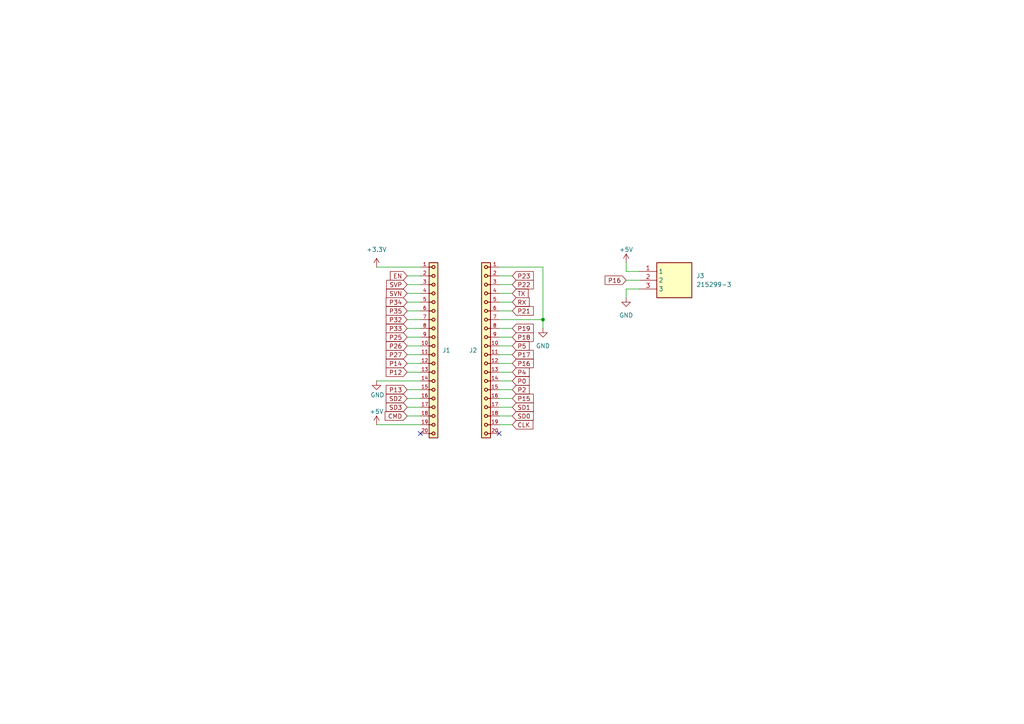
<source format=kicad_sch>
(kicad_sch (version 20231120) (generator "eeschema") (generator_version "8.0")
  (paper "A4")
  (title_block (title "ESPHome MotionDetector SCH") (date "2024-12-29") (rev "A") (company "Matt Hartnett"))
  (lib_symbols
    (symbol "215299-3:215299-3"
      (property "Reference" "J" (at 16.51 7.62 0))
      (property "Value" "215299-3" (at 16.51 5.08 0))
      (symbol "215299-3_1_1"
        (rectangle (start 5.08 2.54) (end 15.24 -7.62) (stroke (width 0.254)) (fill (type background)))
        (pin passive line (at 0 0 0) (length 5.08) (name "1") (number "1"))
        (pin passive line (at 0 -2.54 0) (length 5.08) (name "2") (number "2"))
        (pin passive line (at 0 -5.08 0) (length 5.08) (name "3") (number "3"))
      )
    )
    (symbol "61302011821:6130XX11821_61302011821" (pin_names (offset 1.016))
      (property "Reference" "J" (at -22.86 -1.778 0))
      (symbol "6130XX11821_61302011821_0_0"
        (rectangle (start -21.59 -2.54) (end 29.21 0) (stroke (width 0.254)) (fill (type background)))
        (circle (center -20.32 -1.27) (radius 0.4445) (stroke (width 0.254)))
        (circle (center -17.78 -1.27) (radius 0.4445) (stroke (width 0.254)))
        (circle (center -15.24 -1.27) (radius 0.4445) (stroke (width 0.254)))
        (circle (center -12.7 -1.27) (radius 0.4445) (stroke (width 0.254)))
        (circle (center -10.16 -1.27) (radius 0.4445) (stroke (width 0.254)))
        (circle (center -7.62 -1.27) (radius 0.4445) (stroke (width 0.254)))
        (circle (center -5.08 -1.27) (radius 0.4445) (stroke (width 0.254)))
        (circle (center -2.54 -1.27) (radius 0.4445) (stroke (width 0.254)))
        (circle (center 0 -1.27) (radius 0.4445) (stroke (width 0.254)))
        (polyline (pts (xy -20.32 -1.705) (xy -20.32 -2.54)) (stroke (width 0.254)))
        (polyline (pts (xy -17.78 -1.705) (xy -17.78 -2.54)) (stroke (width 0.254)))
        (polyline (pts (xy -15.24 -1.705) (xy -15.24 -2.54)) (stroke (width 0.254)))
        (polyline (pts (xy -12.7 -1.705) (xy -12.7 -2.54)) (stroke (width 0.254)))
        (polyline (pts (xy -10.16 -1.705) (xy -10.16 -2.54)) (stroke (width 0.254)))
        (polyline (pts (xy -7.62 -1.705) (xy -7.62 -2.54)) (stroke (width 0.254)))
        (polyline (pts (xy -5.08 -1.705) (xy -5.08 -2.54)) (stroke (width 0.254)))
        (polyline (pts (xy -2.54 -1.705) (xy -2.54 -2.54)) (stroke (width 0.254)))
        (polyline (pts (xy 0 -1.705) (xy 0 -2.54)) (stroke (width 0.254)))
        (polyline (pts (xy 2.54 -1.705) (xy 2.54 -2.54)) (stroke (width 0.254)))
        (polyline (pts (xy 5.08 -1.705) (xy 5.08 -2.54)) (stroke (width 0.254)))
        (polyline (pts (xy 7.62 -1.705) (xy 7.62 -2.54)) (stroke (width 0.254)))
        (polyline (pts (xy 10.16 -1.705) (xy 10.16 -2.54)) (stroke (width 0.254)))
        (polyline (pts (xy 12.7 -1.705) (xy 12.7 -2.54)) (stroke (width 0.254)))
        (polyline (pts (xy 15.24 -1.705) (xy 15.24 -2.54)) (stroke (width 0.254)))
        (polyline (pts (xy 17.78 -1.705) (xy 17.78 -2.54)) (stroke (width 0.254)))
        (polyline (pts (xy 20.32 -1.705) (xy 20.32 -2.54)) (stroke (width 0.254)))
        (polyline (pts (xy 22.86 -1.705) (xy 22.86 -2.54)) (stroke (width 0.254)))
        (polyline (pts (xy 25.4 -1.705) (xy 25.4 -2.54)) (stroke (width 0.254)))
        (polyline (pts (xy 27.94 -1.705) (xy 27.94 -2.54)) (stroke (width 0.254)))
        (circle (center 2.54 -1.27) (radius 0.4445) (stroke (width 0.254)))
        (circle (center 5.08 -1.27) (radius 0.4445) (stroke (width 0.254)))
        (circle (center 7.62 -1.27) (radius 0.4445) (stroke (width 0.254)))
        (circle (center 10.16 -1.27) (radius 0.4445) (stroke (width 0.254)))
        (circle (center 12.7 -1.27) (radius 0.4445) (stroke (width 0.254)))
        (circle (center 15.24 -1.27) (radius 0.4445) (stroke (width 0.254)))
        (circle (center 17.78 -1.27) (radius 0.4445) (stroke (width 0.254)))
        (circle (center 20.32 -1.27) (radius 0.4445) (stroke (width 0.254)))
        (circle (center 22.86 -1.27) (radius 0.4445) (stroke (width 0.254)))
        (circle (center 25.4 -1.27) (radius 0.4445) (stroke (width 0.254)))
        (circle (center 27.94 -1.27) (radius 0.4445) (stroke (width 0.254)))
        (pin passive line (at -20.32 -5.08 90) (length 2.54) (name "~") (number "1"))
        (pin passive line (at 2.54 -5.08 90) (length 2.54) (name "~") (number "10"))
        (pin passive line (at 5.08 -5.08 90) (length 2.54) (name "~") (number "11"))
        (pin passive line (at 7.62 -5.08 90) (length 2.54) (name "~") (number "12"))
        (pin passive line (at 10.16 -5.08 90) (length 2.54) (name "~") (number "13"))
        (pin passive line (at 12.7 -5.08 90) (length 2.54) (name "~") (number "14"))
        (pin passive line (at 15.24 -5.08 90) (length 2.54) (name "~") (number "15"))
        (pin passive line (at 17.78 -5.08 90) (length 2.54) (name "~") (number "16"))
        (pin passive line (at 20.32 -5.08 90) (length 2.54) (name "~") (number "17"))
        (pin passive line (at 22.86 -5.08 90) (length 2.54) (name "~") (number "18"))
        (pin passive line (at 25.4 -5.08 90) (length 2.54) (name "~") (number "19"))
        (pin passive line (at -17.78 -5.08 90) (length 2.54) (name "~") (number "2"))
        (pin passive line (at 27.94 -5.08 90) (length 2.54) (name "~") (number "20"))
        (pin passive line (at -15.24 -5.08 90) (length 2.54) (name "~") (number "3"))
        (pin passive line (at -12.7 -5.08 90) (length 2.54) (name "~") (number "4"))
        (pin passive line (at -10.16 -5.08 90) (length 2.54) (name "~") (number "5"))
        (pin passive line (at -7.62 -5.08 90) (length 2.54) (name "~") (number "6"))
        (pin passive line (at -5.08 -5.08 90) (length 2.54) (name "~") (number "7"))
        (pin passive line (at -2.54 -5.08 90) (length 2.54) (name "~") (number "8"))
        (pin passive line (at 0 -5.08 90) (length 2.54) (name "~") (number "9"))
      )
    )
    (symbol "power:+3.3V" (power) (pin_numbers hide) (pin_names (offset 0) hide)
      (property "Value" "+3.3V" (at 0 3.556 0))
      (symbol "+3.3V_0_1"
        (polyline (pts (xy -0.762 1.27) (xy 0 2.54)))
        (polyline (pts (xy 0 0) (xy 0 2.54)))
        (polyline (pts (xy 0 2.54) (xy 0.762 1.27)))
      )
      (symbol "+3.3V_1_1"
        (pin power_in line (at 0 0 90) (length 0) (name "~") (number "1"))
      )
    )
    (symbol "power:+5V" (power) (pin_numbers hide) (pin_names (offset 0) hide)
      (property "Value" "+5V" (at 0 3.556 0))
      (symbol "+5V_0_1"
        (polyline (pts (xy -0.762 1.27) (xy 0 2.54)))
        (polyline (pts (xy 0 0) (xy 0 2.54)))
        (polyline (pts (xy 0 2.54) (xy 0.762 1.27)))
      )
      (symbol "+5V_1_1"
        (pin power_in line (at 0 0 90) (length 0) (name "~") (number "1"))
      )
    )
    (symbol "power:GND" (power) (pin_numbers hide) (pin_names (offset 0) hide)
      (property "Value" "GND" (at 0 -3.81 0))
      (symbol "GND_0_1"
        (polyline (pts (xy 0 0) (xy 0 -1.27) (xy 1.27 -1.27) (xy 0 -2.54) (xy -1.27 -1.27) (xy 0 -1.27)))
      )
      (symbol "GND_1_1"
        (pin power_in line (at 0 0 270) (length 0) (name "~") (number "1"))
      )
    )
  )
  (junction (at 157.48 92.71))
  (no_connect (at 121.92 125.73))
  (no_connect (at 144.78 125.73))
  (wire (pts (xy 109.22 77.47) (xy 121.92 77.47)))
  (wire (pts (xy 118.11 102.87) (xy 121.92 102.87)))
  (wire (pts (xy 118.11 105.41) (xy 121.92 105.41)))
  (wire (pts (xy 144.78 113.03) (xy 148.59 113.03)))
  (wire (pts (xy 144.78 82.55) (xy 148.59 82.55)))
  (wire (pts (xy 118.11 100.33) (xy 121.92 100.33)))
  (wire (pts (xy 144.78 95.25) (xy 148.59 95.25)))
  (wire (pts (xy 118.11 90.17) (xy 121.92 90.17)))
  (wire (pts (xy 181.61 83.82) (xy 181.61 86.36)))
  (wire (pts (xy 157.48 92.71) (xy 157.48 95.25)))
  (wire (pts (xy 144.78 87.63) (xy 148.59 87.63)))
  (wire (pts (xy 144.78 100.33) (xy 148.59 100.33)))
  (wire (pts (xy 118.11 80.01) (xy 121.92 80.01)))
  (wire (pts (xy 181.61 81.28) (xy 185.42 81.28)))
  (wire (pts (xy 185.42 83.82) (xy 181.61 83.82)))
  (wire (pts (xy 118.11 115.57) (xy 121.92 115.57)))
  (wire (pts (xy 157.48 77.47) (xy 157.48 92.71)))
  (wire (pts (xy 118.11 120.65) (xy 121.92 120.65)))
  (wire (pts (xy 144.78 80.01) (xy 148.59 80.01)))
  (wire (pts (xy 144.78 120.65) (xy 148.59 120.65)))
  (wire (pts (xy 157.48 92.71) (xy 144.78 92.71)))
  (wire (pts (xy 118.11 118.11) (xy 121.92 118.11)))
  (wire (pts (xy 118.11 85.09) (xy 121.92 85.09)))
  (wire (pts (xy 144.78 90.17) (xy 148.59 90.17)))
  (wire (pts (xy 144.78 123.19) (xy 148.59 123.19)))
  (wire (pts (xy 181.61 78.74) (xy 181.61 76.2)))
  (wire (pts (xy 144.78 85.09) (xy 148.59 85.09)))
  (wire (pts (xy 118.11 113.03) (xy 121.92 113.03)))
  (wire (pts (xy 118.11 97.79) (xy 121.92 97.79)))
  (wire (pts (xy 118.11 87.63) (xy 121.92 87.63)))
  (wire (pts (xy 144.78 110.49) (xy 148.59 110.49)))
  (wire (pts (xy 109.22 110.49) (xy 121.92 110.49)))
  (wire (pts (xy 144.78 102.87) (xy 148.59 102.87)))
  (wire (pts (xy 109.22 123.19) (xy 121.92 123.19)))
  (wire (pts (xy 144.78 115.57) (xy 148.59 115.57)))
  (wire (pts (xy 118.11 107.95) (xy 121.92 107.95)))
  (wire (pts (xy 144.78 118.11) (xy 148.59 118.11)))
  (wire (pts (xy 185.42 78.74) (xy 181.61 78.74)))
  (wire (pts (xy 144.78 97.79) (xy 148.59 97.79)))
  (wire (pts (xy 118.11 82.55) (xy 121.92 82.55)))
  (wire (pts (xy 144.78 105.41) (xy 148.59 105.41)))
  (wire (pts (xy 144.78 77.47) (xy 157.48 77.47)))
  (wire (pts (xy 144.78 107.95) (xy 148.59 107.95)))
  (wire (pts (xy 118.11 95.25) (xy 121.92 95.25)))
  (wire (pts (xy 118.11 92.71) (xy 121.92 92.71)))
  (global_label "P27" (shape input) (at 118.11 102.87 180) (property "Intersheetrefs" "${INTERSHEET_REFS}" (effects (hide yes))))
  (global_label "P33" (shape input) (at 118.11 95.25 180) (property "Intersheetrefs" "${INTERSHEET_REFS}" (effects (hide yes))))
  (global_label "SVP" (shape input) (at 118.11 82.55 180) (property "Intersheetrefs" "${INTERSHEET_REFS}" (effects (hide yes))))
  (global_label "EN" (shape input) (at 118.11 80.01 180) (property "Intersheetrefs" "${INTERSHEET_REFS}" (effects (hide yes))))
  (global_label "P12" (shape input) (at 118.11 107.95 180) (property "Intersheetrefs" "${INTERSHEET_REFS}" (effects (hide yes))))
  (global_label "P35" (shape input) (at 118.11 90.17 180) (property "Intersheetrefs" "${INTERSHEET_REFS}" (effects (hide yes))))
  (global_label "P19" (shape input) (at 148.59 95.25 0) (property "Intersheetrefs" "${INTERSHEET_REFS}" (effects (hide yes))))
  (global_label "P26" (shape input) (at 118.11 100.33 180) (property "Intersheetrefs" "${INTERSHEET_REFS}" (effects (hide yes))))
  (global_label "P0" (shape input) (at 148.59 110.49 0) (property "Intersheetrefs" "${INTERSHEET_REFS}" (effects (hide yes))))
  (global_label "P13" (shape input) (at 118.11 113.03 180) (property "Intersheetrefs" "${INTERSHEET_REFS}" (effects (hide yes))))
  (global_label "P4" (shape input) (at 148.59 107.95 0) (property "Intersheetrefs" "${INTERSHEET_REFS}" (effects (hide yes))))
  (global_label "P32" (shape input) (at 118.11 92.71 180) (property "Intersheetrefs" "${INTERSHEET_REFS}" (effects (hide yes))))
  (global_label "SD1" (shape input) (at 148.59 118.11 0) (property "Intersheetrefs" "${INTERSHEET_REFS}" (effects (hide yes))))
  (global_label "P25" (shape input) (at 118.11 97.79 180) (property "Intersheetrefs" "${INTERSHEET_REFS}" (effects (hide yes))))
  (global_label "P2" (shape input) (at 148.59 113.03 0) (property "Intersheetrefs" "${INTERSHEET_REFS}" (effects (hide yes))))
  (global_label "P15" (shape input) (at 148.59 115.57 0) (property "Intersheetrefs" "${INTERSHEET_REFS}" (effects (hide yes))))
  (global_label "CLK" (shape input) (at 148.59 123.19 0) (property "Intersheetrefs" "${INTERSHEET_REFS}" (effects (hide yes))))
  (global_label "P18" (shape input) (at 148.59 97.79 0) (property "Intersheetrefs" "${INTERSHEET_REFS}" (effects (hide yes))))
  (global_label "P16" (shape input) (at 148.59 105.41 0) (property "Intersheetrefs" "${INTERSHEET_REFS}" (effects (hide yes))))
  (global_label "SD2" (shape input) (at 118.11 115.57 180) (property "Intersheetrefs" "${INTERSHEET_REFS}" (effects (hide yes))))
  (global_label "P5" (shape input) (at 148.59 100.33 0) (property "Intersheetrefs" "${INTERSHEET_REFS}" (effects (hide yes))))
  (global_label "P34" (shape input) (at 118.11 87.63 180) (property "Intersheetrefs" "${INTERSHEET_REFS}" (effects (hide yes))))
  (global_label "SD0" (shape input) (at 148.59 120.65 0) (property "Intersheetrefs" "${INTERSHEET_REFS}" (effects (hide yes))))
  (global_label "RX" (shape input) (at 148.59 87.63 0) (property "Intersheetrefs" "${INTERSHEET_REFS}" (effects (hide yes))))
  (global_label "P14" (shape input) (at 118.11 105.41 180) (property "Intersheetrefs" "${INTERSHEET_REFS}" (effects (hide yes))))
  (global_label "P17" (shape input) (at 148.59 102.87 0) (property "Intersheetrefs" "${INTERSHEET_REFS}" (effects (hide yes))))
  (global_label "TX" (shape input) (at 148.59 85.09 0) (property "Intersheetrefs" "${INTERSHEET_REFS}" (effects (hide yes))))
  (global_label "P21" (shape input) (at 148.59 90.17 0) (property "Intersheetrefs" "${INTERSHEET_REFS}" (effects (hide yes))))
  (global_label "P22" (shape input) (at 148.59 82.55 0) (property "Intersheetrefs" "${INTERSHEET_REFS}" (effects (hide yes))))
  (global_label "P23" (shape input) (at 148.59 80.01 0) (property "Intersheetrefs" "${INTERSHEET_REFS}" (effects (hide yes))))
  (global_label "SVN" (shape input) (at 118.11 85.09 180) (property "Intersheetrefs" "${INTERSHEET_REFS}" (effects (hide yes))))
  (global_label "P16" (shape input) (at 181.61 81.28 180) (property "Intersheetrefs" "${INTERSHEET_REFS}" (effects (hide yes))))
  (global_label "CMD" (shape input) (at 118.11 120.65 180) (property "Intersheetrefs" "${INTERSHEET_REFS}" (effects (hide yes))))
  (global_label "SD3" (shape input) (at 118.11 118.11 180) (property "Intersheetrefs" "${INTERSHEET_REFS}" (effects (hide yes))))
  (symbol (lib_id "61302011821:6130XX11821_61302011821") (at 139.7 97.79 90) (mirror x) (unit 1)
    (property "Reference" "J2" (at 138.43 101.5999 90) (effects (justify left)))
    (property "Value" "61302011821" (effects (hide yes)))
    (property "Footprint" "footprints_lib:61302011821" (effects (hide yes)))
    (property "ROWS" "Single" (effects (hide yes)))
    (property "GENDER" "Socket Header" (effects (hide yes)))
    (property "MOUNT" "THT" (effects (hide yes)))
    (property "IR" "3A" (effects (hide yes)))
    (property "PACKAGING" "Tray" (effects (hide yes)))
    (property "PART-NUMBER" "61302011821" (effects (hide yes)))
    (property "DATASHEET-URL" "https://www.we-online.com/redexpert/spec/61302011821?ae" (effects (hide yes)))
    (property "PITCH" "2.54mm" (effects (hide yes)))
    (property "PINS" "20" (effects (hide yes)))
    (property "TYPE" "Straight" (effects (hide yes)))
  )
  (symbol (lib_id "power:+3.3V") (at 109.22 77.47 0) (unit 1)
    (property "Reference" "#PWR01" (effects (hide yes)))
    (property "Value" "+3.3V" (at 109.22 72.39 0))
    (property "Description" "Power symbol creates a global label with name \"+3.3V\"" (effects (hide yes)))
  )
  (symbol (lib_id "power:+5V") (at 181.61 76.2 0) (unit 1)
    (property "Reference" "#PWR06" (effects (hide yes)))
    (property "Value" "+5V" (at 181.61 72.39 0))
    (property "Description" "Power symbol creates a global label with name \"+5V\"" (effects (hide yes)))
  )
  (symbol (lib_id "power:+5V") (at 109.22 123.19 0) (unit 1)
    (property "Reference" "#PWR02" (effects (hide yes)))
    (property "Value" "+5V" (at 109.22 119.38 0))
    (property "Description" "Power symbol creates a global label with name \"+5V\"" (effects (hide yes)))
  )
  (symbol (lib_id "215299-3:215299-3") (at 185.42 78.74 0) (unit 1)
    (property "Reference" "J3" (at 201.93 80.0099 0) (effects (justify left)))
    (property "Value" "215299-3" (at 201.93 82.5499 0) (effects (justify left)))
    (property "Footprint" "footprints_lib:SHDR3W78P0X254_1X3_772X252X850P" (effects (hide yes)))
    (property "Datasheet" "https://componentsearchengine.com/Datasheets/1/215299-3.pdf" (effects (hide yes)))
    (property "Description" "Body Features: Primary Product Color Black | Connector Profile Standard | Configuration Features: Number of Rows 1 | Number of Positions 3 | PCB Mount Orientation Vertical | Stackable Yes | Contact Features: Contact Shape & Form Square | Mating Pin Diameter .024 INCH | PCB Contact Termination Area Plating Material Thickness 94.488  157.48 MICIN | Contact Mating Area Plating Material Gold | Mating Pin Diameter .63 MM | Mating Square Post Dimension .63 MM | Contact Base Material Phosphor Bronze | PCB Conta" (effects (hide yes)))
    (property "Height" "8.5" (effects (hide yes)))
    (property "Mouser Part Number" "571-215299-3" (effects (hide yes)))
    (property "Mouser Price/Stock" "https://www.mouser.co.uk/ProductDetail/TE-Connectivity/215299-3?qs=pol9tQvH%252BaHR%252B8PZSmhoEA%3D%3D" (effects (hide yes)))
    (property "Manufacturer_Name" "TE Connectivity" (effects (hide yes)))
    (property "Manufacturer_Part_Number" "215299-3" (effects (hide yes)))
  )
  (symbol (lib_id "61302011821:6130XX11821_61302011821") (at 127 97.79 270) (unit 1)
    (property "Reference" "J1" (at 128.27 101.5999 90) (effects (justify left)))
    (property "Value" "61302011821" (effects (hide yes)))
    (property "Footprint" "footprints_lib:61302011821" (effects (hide yes)))
    (property "ROWS" "Single" (effects (hide yes)))
    (property "GENDER" "Socket Header" (effects (hide yes)))
    (property "MOUNT" "THT" (effects (hide yes)))
    (property "IR" "3A" (effects (hide yes)))
    (property "PACKAGING" "Tray" (effects (hide yes)))
    (property "PART-NUMBER" "61302011821" (effects (hide yes)))
    (property "DATASHEET-URL" "https://www.we-online.com/redexpert/spec/61302011821?ae" (effects (hide yes)))
    (property "PITCH" "2.54mm" (effects (hide yes)))
    (property "PINS" "20" (effects (hide yes)))
    (property "TYPE" "Straight" (effects (hide yes)))
  )
  (symbol (lib_id "power:GND") (at 109.22 110.49 0) (unit 1)
    (property "Reference" "#PWR04" (effects (hide yes)))
    (property "Value" "GND" (at 109.474 114.554 0))
    (property "Description" "Power symbol creates a global label with name \"GND\" , ground" (effects (hide yes)))
  )
  (symbol (lib_id "power:GND") (at 157.48 95.25 0) (unit 1)
    (property "Reference" "#PWR03" (effects (hide yes)))
    (property "Value" "GND" (at 157.48 100.33 0))
    (property "Description" "Power symbol creates a global label with name \"GND\" , ground" (effects (hide yes)))
  )
  (symbol (lib_id "power:GND") (at 181.61 86.36 0) (unit 1)
    (property "Reference" "#PWR05" (effects (hide yes)))
    (property "Value" "GND" (at 181.61 91.44 0))
    (property "Description" "Power symbol creates a global label with name \"GND\" , ground" (effects (hide yes)))
  )
)
</source>
